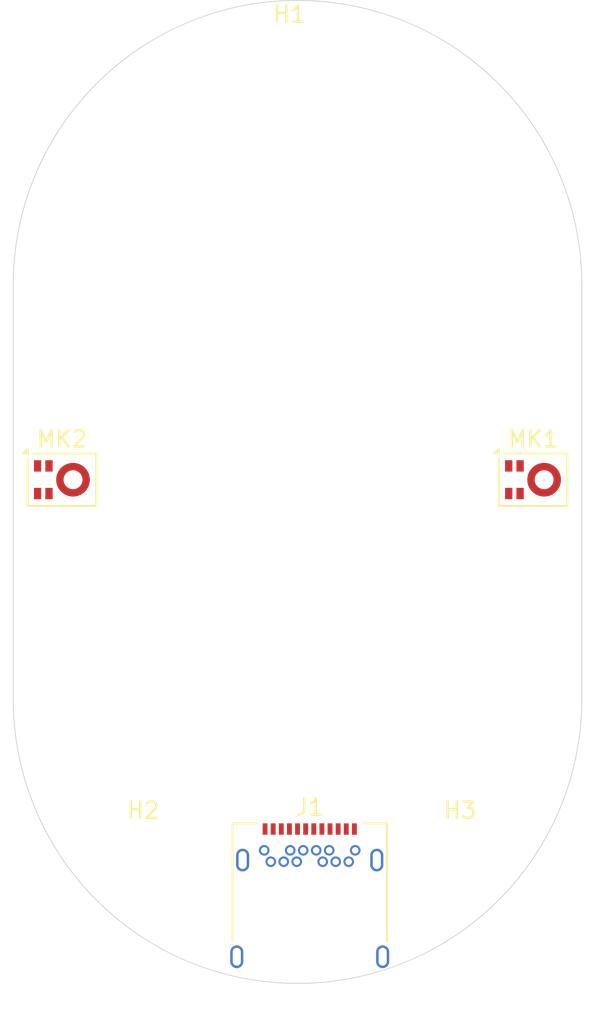
<source format=kicad_pcb>
(kicad_pcb (version 20241229) (generator "pcbnew") (generator_version "9.0")
  (layers (0 "F.Cu" signal) (4 "In1.Cu" signal) (6 "In2.Cu" signal) (2 "B.Cu" signal) (13 "F.Paste" user) (15 "B.Paste" user) (5 "F.SilkS" user "F.Silkscreen") (7 "B.SilkS" user "B.Silkscreen") (1 "F.Mask" user) (3 "B.Mask" user) (25 "Edge.Cuts" user))
  (net 0 "")
  (net 2 "Net-(J1-VBUS-PadA4)")
  (net 5 "Net-(J1-GND-PadA1)")
  (footprint "Sensor_Audio:Infineon_PG-LLGA-5-1" (layer "F.Cu") (at 48 47.5)
    (property "Reference" "MK1" (at 0 -2.5 0) (layer "F.SilkS"))
    (property "Value" "IM69D130")
    (fp_line (start -2.11 1.61) (end -2.11 -1.31) (stroke (width 0.12)) (layer "F.SilkS"))
    (fp_line (start -1.81 -1.61) (end 2.11 -1.61) (stroke (width 0.12)) (layer "F.SilkS"))
    (fp_line (start 2.11 -1.61) (end 2.11 1.61) (stroke (width 0.12)) (layer "F.SilkS"))
    (fp_line (start 2.11 1.61) (end -2.11 1.61) (stroke (width 0.12)) (layer "F.SilkS"))
    (fp_poly (pts (xy -2.11 -1.61) (xy -2.39 -1.61) (xy -2.11 -1.89) (xy -2.11 -1.61)) (stroke (width 0.12)) (fill yes) (layer "F.SilkS"))
    (pad "" np_thru_hole circle (at 0.68 0) (size 0.8 0.8) (drill 0.8) (layers "*.Cu" "*.Mask"))
    (pad "1" smd rect (at -1.5 -0.85) (size 0.45 0.7) (layers "F.Cu" "F.Mask"))
    (pad "2" smd rect (at -0.8 -0.85) (size 0.45 0.7) (layers "F.Cu" "F.Mask"))
    (pad "3" smd rect (at -1.5 0.85) (size 0.45 0.7) (layers "F.Cu" "F.Mask"))
    (pad "4" smd rect (at -0.8 0.85) (size 0.45 0.7) (layers "F.Cu" "F.Mask"))
    (pad "5" smd custom (at 0.68 -0.81) (size 0.4 0.4) (layers "F.Cu" "F.Mask") (options (clearance outline) (anchor circle)) (primitives (gr_circle (center 0 0.81) (end 0.81 0.81) (width 0.46) (fill no))))
  )
  (footprint "MountingHole:MountingHole_2.2mm_M2" (layer "F.Cu") (at 33 22)
    (property "Reference" "H1" (at 0 -3.15 0) (layer "F.SilkS"))
    (property "Value" "MountingHole")
    (pad "" np_thru_hole circle (at 0 0) (size 2.2 2.2) (drill 2.2) (layers "*.Cu" "*.Mask"))
  )
  (footprint "Sensor_Audio:Infineon_PG-LLGA-5-1" (layer "F.Cu") (at 19 47.5)
    (property "Reference" "MK2" (at 0 -2.5 0) (layer "F.SilkS"))
    (property "Value" "IM69D130")
    (fp_line (start -2.11 1.61) (end -2.11 -1.31) (stroke (width 0.12)) (layer "F.SilkS"))
    (fp_line (start -1.81 -1.61) (end 2.11 -1.61) (stroke (width 0.12)) (layer "F.SilkS"))
    (fp_line (start 2.11 -1.61) (end 2.11 1.61) (stroke (width 0.12)) (layer "F.SilkS"))
    (fp_line (start 2.11 1.61) (end -2.11 1.61) (stroke (width 0.12)) (layer "F.SilkS"))
    (fp_poly (pts (xy -2.11 -1.61) (xy -2.39 -1.61) (xy -2.11 -1.89) (xy -2.11 -1.61)) (stroke (width 0.12)) (fill yes) (layer "F.SilkS"))
    (pad "" np_thru_hole circle (at 0.68 0) (size 0.8 0.8) (drill 0.8) (layers "*.Cu" "*.Mask"))
    (pad "1" smd rect (at -1.5 -0.85) (size 0.45 0.7) (layers "F.Cu" "F.Mask"))
    (pad "2" smd rect (at -0.8 -0.85) (size 0.45 0.7) (layers "F.Cu" "F.Mask"))
    (pad "3" smd rect (at -1.5 0.85) (size 0.45 0.7) (layers "F.Cu" "F.Mask"))
    (pad "4" smd rect (at -0.8 0.85) (size 0.45 0.7) (layers "F.Cu" "F.Mask"))
    (pad "5" smd custom (at 0.68 -0.81) (size 0.4 0.4) (layers "F.Cu" "F.Mask") (options (clearance outline) (anchor circle)) (primitives (gr_circle (center 0 0.81) (end 0.81 0.81) (width 0.46) (fill no))))
  )
  (footprint "MountingHole:MountingHole_2.2mm_M2" (layer "F.Cu") (at 43.5 71)
    (property "Reference" "H3" (at 0 -3.15 0) (layer "F.SilkS"))
    (property "Value" "MountingHole")
    (pad "" np_thru_hole circle (at 0 0) (size 2.2 2.2) (drill 2.2) (layers "*.Cu" "*.Mask"))
  )
  (footprint "MountingHole:MountingHole_2.2mm_M2" (layer "F.Cu") (at 24 71)
    (property "Reference" "H2" (at 0 -3.15 0) (layer "F.SilkS"))
    (property "Value" "MountingHole")
    (pad "" np_thru_hole circle (at 0 0) (size 2.2 2.2) (drill 2.2) (layers "*.Cu" "*.Mask"))
  )
  (footprint "Connector_USB:USB_C_Receptacle_Amphenol_12401548E4-2A" (layer "F.Cu") (at 34.25 74.02)
    (property "Reference" "J1" (at 0 -6.36 0) (layer "F.SilkS"))
    (property "Value" "USB_C_Receptacle")
    (fp_line (start -4.75 -5.37) (end -4.75 1.89) (stroke (width 0.12)) (layer "F.SilkS"))
    (fp_line (start -4.75 -5.37) (end -3.25 -5.37) (stroke (width 0.12)) (layer "F.SilkS"))
    (fp_line (start 3.25 -5.37) (end 4.75 -5.37) (stroke (width 0.12)) (layer "F.SilkS"))
    (fp_line (start 4.75 -5.37) (end 4.75 1.89) (stroke (width 0.12)) (layer "F.SilkS"))
    (pad "" np_thru_hole circle (at -3.6 -4.36) (size 0.65 0.65) (drill 0.65) (layers "*.Cu" "*.Mask"))
    (pad "" np_thru_hole oval (at 3.6 -4.36) (size 0.95 0.65) (drill oval 0.95 0.65) (layers "*.Cu" "*.Mask"))
    (pad "A1" smd rect (at -2.75 -5.02) (size 0.3 0.7) (layers "F.Cu" "F.Mask" "F.Paste") (net 5 "Net-(J1-GND-PadA1)"))
    (pad "A2" smd rect (at -2.25 -5.02) (size 0.3 0.7) (layers "F.Cu" "F.Mask" "F.Paste"))
    (pad "A3" smd rect (at -1.75 -5.02) (size 0.3 0.7) (layers "F.Cu" "F.Mask" "F.Paste"))
    (pad "A4" smd rect (at -1.25 -5.02) (size 0.3 0.7) (layers "F.Cu" "F.Mask" "F.Paste") (net 2 "Net-(J1-VBUS-PadA4)"))
    (pad "A5" smd rect (at -0.75 -5.02) (size 0.3 0.7) (layers "F.Cu" "F.Mask" "F.Paste"))
    (pad "A6" smd rect (at -0.25 -5.02) (size 0.3 0.7) (layers "F.Cu" "F.Mask" "F.Paste"))
    (pad "A7" smd rect (at 0.25 -5.02) (size 0.3 0.7) (layers "F.Cu" "F.Mask" "F.Paste"))
    (pad "A8" smd rect (at 0.75 -5.02) (size 0.3 0.7) (layers "F.Cu" "F.Mask" "F.Paste"))
    (pad "A9" smd rect (at 1.25 -5.02) (size 0.3 0.7) (layers "F.Cu" "F.Mask" "F.Paste") (net 2 "Net-(J1-VBUS-PadA4)"))
    (pad "A10" smd rect (at 1.75 -5.02) (size 0.3 0.7) (layers "F.Cu" "F.Mask" "F.Paste"))
    (pad "A11" smd rect (at 2.25 -5.02) (size 0.3 0.7) (layers "F.Cu" "F.Mask" "F.Paste"))
    (pad "A12" smd rect (at 2.75 -5.02) (size 0.3 0.7) (layers "F.Cu" "F.Mask" "F.Paste") (net 5 "Net-(J1-GND-PadA1)"))
    (pad "B1" thru_hole circle (at 2.8 -3.71) (size 0.65 0.65) (drill 0.4) (property pad_prop_heatsink) (layers "*.Cu" "*.Mask") (net 5 "Net-(J1-GND-PadA1)"))
    (pad "B2" thru_hole circle (at 2.4 -3.01) (size 0.65 0.65) (drill 0.4) (property pad_prop_heatsink) (layers "*.Cu" "*.Mask"))
    (pad "B3" thru_hole circle (at 1.6 -3.01) (size 0.65 0.65) (drill 0.4) (property pad_prop_heatsink) (layers "*.Cu" "*.Mask"))
    (pad "B4" thru_hole circle (at 1.2 -3.71) (size 0.65 0.65) (drill 0.4) (property pad_prop_heatsink) (layers "*.Cu" "*.Mask") (net 2 "Net-(J1-VBUS-PadA4)"))
    (pad "B5" thru_hole circle (at 0.8 -3.01) (size 0.65 0.65) (drill 0.4) (property pad_prop_heatsink) (layers "*.Cu" "*.Mask"))
    (pad "B6" thru_hole circle (at 0.4 -3.71) (size 0.65 0.65) (drill 0.4) (property pad_prop_heatsink) (layers "*.Cu" "*.Mask"))
    (pad "B7" thru_hole circle (at -0.4 -3.71) (size 0.65 0.65) (drill 0.4) (property pad_prop_heatsink) (layers "*.Cu" "*.Mask"))
    (pad "B8" thru_hole circle (at -0.8 -3.01) (size 0.65 0.65) (drill 0.4) (property pad_prop_heatsink) (layers "*.Cu" "*.Mask"))
    (pad "B9" thru_hole circle (at -1.2 -3.71) (size 0.65 0.65) (drill 0.4) (property pad_prop_heatsink) (layers "*.Cu" "*.Mask") (net 2 "Net-(J1-VBUS-PadA4)"))
    (pad "B10" thru_hole circle (at -1.6 -3.01) (size 0.65 0.65) (drill 0.4) (property pad_prop_heatsink) (layers "*.Cu" "*.Mask"))
    (pad "B11" thru_hole circle (at -2.4 -3.01) (size 0.65 0.65) (drill 0.4) (property pad_prop_heatsink) (layers "*.Cu" "*.Mask"))
    (pad "B12" thru_hole circle (at -2.8 -3.71) (size 0.65 0.65) (drill 0.4) (property pad_prop_heatsink) (layers "*.Cu" "*.Mask") (net 5 "Net-(J1-GND-PadA1)"))
    (pad "S1" thru_hole oval (at -4.49 2.84) (size 0.8 1.4) (drill oval 0.5 1.1) (property pad_prop_heatsink) (layers "*.Cu" "*.Mask"))
    (pad "S1" thru_hole oval (at -4.13 -3.11) (size 0.8 1.4) (drill oval 0.5 1.1) (property pad_prop_heatsink) (layers "*.Cu" "*.Mask"))
    (pad "S1" thru_hole oval (at 4.13 -3.11) (size 0.8 1.4) (drill oval 0.5 1.1) (property pad_prop_heatsink) (layers "*.Cu" "*.Mask"))
    (pad "S1" thru_hole oval (at 4.49 2.84) (size 0.8 1.4) (drill oval 0.5 1.1) (property pad_prop_heatsink) (layers "*.Cu" "*.Mask"))
  )
  (gr_arc (start 33.5 78.5) (mid 21.125631 73.374369) (end 16 61) (stroke (width 0.05)) (layer "Edge.Cuts"))
  (gr_arc (start 16 35.5) (mid 21.125631 23.125631) (end 33.5 18) (stroke (width 0.05)) (layer "Edge.Cuts"))
  (gr_arc (start 51 61) (mid 45.874369 73.374369) (end 33.5 78.5) (stroke (width 0.05)) (layer "Edge.Cuts"))
  (gr_line (start 16 61) (end 16 35.5) (stroke (width 0.05)) (layer "Edge.Cuts"))
  (gr_arc (start 33.5 18) (mid 45.874369 23.125631) (end 51 35.5) (stroke (width 0.05)) (layer "Edge.Cuts"))
  (gr_line (start 51 35.5) (end 51 61) (stroke (width 0.05)) (layer "Edge.Cuts"))
)
</source>
